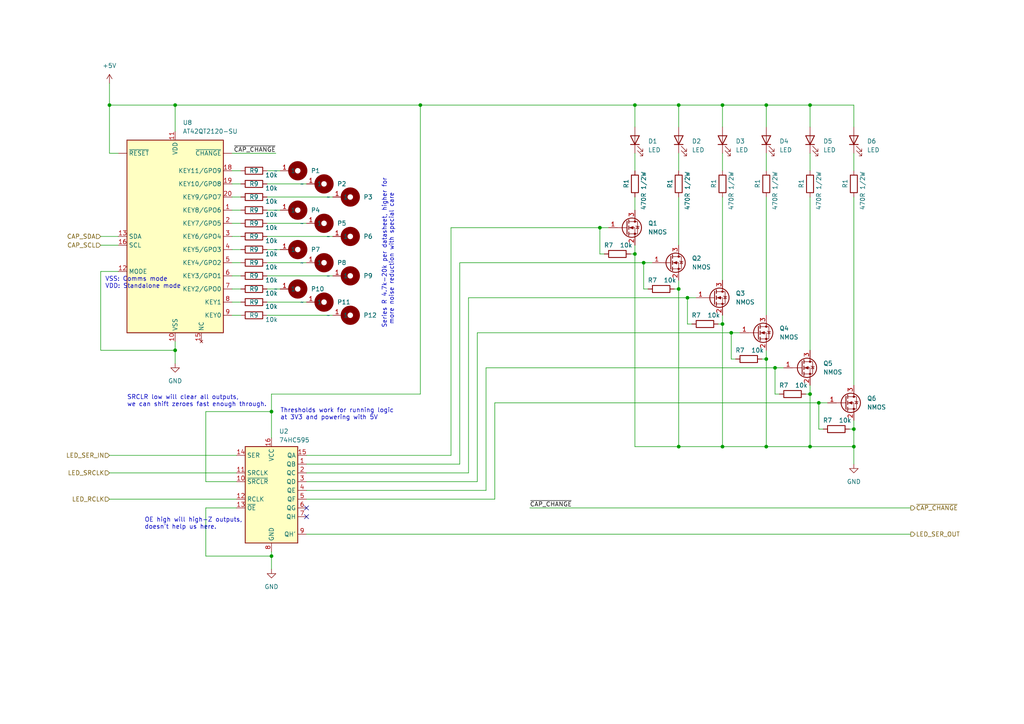
<source format=kicad_sch>
(kicad_sch (version 20230121) (generator eeschema)
  (paper "A4")
  (lib_symbols
    (symbol "74xx:74HC595"
      (property "Reference" "U" (at -7.62 13.97 0))
      (property "Value" "74HC595" (at -7.62 -16.51 0))
      (symbol "74HC595_1_0"
        (pin tri_state line (at 10.16 7.62 180) (length 2.54) (name "QB") (number "1"))
        (pin input line (at -10.16 2.54 0) (length 2.54) (name "~{SRCLR}") (number "10"))
        (pin input line (at -10.16 5.08 0) (length 2.54) (name "SRCLK") (number "11"))
        (pin input line (at -10.16 -2.54 0) (length 2.54) (name "RCLK") (number "12"))
        (pin input line (at -10.16 -5.08 0) (length 2.54) (name "~{OE}") (number "13"))
        (pin input line (at -10.16 10.16 0) (length 2.54) (name "SER") (number "14"))
        (pin tri_state line (at 10.16 10.16 180) (length 2.54) (name "QA") (number "15"))
        (pin power_in line (at 0 15.24 270) (length 2.54) (name "VCC") (number "16"))
        (pin tri_state line (at 10.16 5.08 180) (length 2.54) (name "QC") (number "2"))
        (pin tri_state line (at 10.16 2.54 180) (length 2.54) (name "QD") (number "3"))
        (pin tri_state line (at 10.16 0 180) (length 2.54) (name "QE") (number "4"))
        (pin tri_state line (at 10.16 -2.54 180) (length 2.54) (name "QF") (number "5"))
        (pin tri_state line (at 10.16 -5.08 180) (length 2.54) (name "QG") (number "6"))
        (pin tri_state line (at 10.16 -7.62 180) (length 2.54) (name "QH") (number "7"))
        (pin power_in line (at 0 -17.78 90) (length 2.54) (name "GND") (number "8"))
        (pin output line (at 10.16 -12.7 180) (length 2.54) (name "QH'") (number "9"))
      )
      (symbol "74HC595_1_1"
        (rectangle (start -7.62 12.7) (end 7.62 -15.24) (stroke (width 0.254)) (fill (type background)))
      )
    )
    (symbol "Device:LED" (pin_numbers hide) (pin_names (offset 1.016) hide)
      (property "Reference" "D" (at 0 2.54 0))
      (property "Value" "LED" (at 0 -2.54 0))
      (symbol "LED_0_1"
        (polyline (pts (xy -1.27 -1.27) (xy -1.27 1.27)) (stroke (width 0.254)))
        (polyline (pts (xy -1.27 0) (xy 1.27 0)))
        (polyline (pts (xy 1.27 -1.27) (xy 1.27 1.27) (xy -1.27 0) (xy 1.27 -1.27)) (stroke (width 0.254)))
        (polyline (pts (xy -3.048 -0.762) (xy -4.572 -2.286) (xy -3.81 -2.286) (xy -4.572 -2.286) (xy -4.572 -1.524)))
        (polyline (pts (xy -1.778 -0.762) (xy -3.302 -2.286) (xy -2.54 -2.286) (xy -3.302 -2.286) (xy -3.302 -1.524)))
      )
      (symbol "LED_1_1"
        (pin passive line (at -3.81 0 0) (length 2.54) (name "K") (number "1"))
        (pin passive line (at 3.81 0 180) (length 2.54) (name "A") (number "2"))
      )
    )
    (symbol "Device:Q_NMOS_GSD" (pin_names (offset 0) hide)
      (property "Reference" "Q" (at 5.08 1.27 0))
      (property "Value" "Q_NMOS_GSD" (at 5.08 -1.27 0))
      (symbol "Q_NMOS_GSD_0_1"
        (polyline (pts (xy 0.254 0) (xy -2.54 0)))
        (polyline (pts (xy 0.254 1.905) (xy 0.254 -1.905)) (stroke (width 0.254)))
        (polyline (pts (xy 0.762 -1.27) (xy 0.762 -2.286)) (stroke (width 0.254)))
        (polyline (pts (xy 0.762 0.508) (xy 0.762 -0.508)) (stroke (width 0.254)))
        (polyline (pts (xy 0.762 2.286) (xy 0.762 1.27)) (stroke (width 0.254)))
        (polyline (pts (xy 2.54 2.54) (xy 2.54 1.778)))
        (polyline (pts (xy 2.54 -2.54) (xy 2.54 0) (xy 0.762 0)))
        (polyline (pts (xy 0.762 -1.778) (xy 3.302 -1.778) (xy 3.302 1.778) (xy 0.762 1.778)))
        (polyline (pts (xy 1.016 0) (xy 2.032 0.381) (xy 2.032 -0.381) (xy 1.016 0)) (fill (type outline)))
        (polyline (pts (xy 2.794 0.508) (xy 2.921 0.381) (xy 3.683 0.381) (xy 3.81 0.254)))
        (polyline (pts (xy 3.302 0.381) (xy 2.921 -0.254) (xy 3.683 -0.254) (xy 3.302 0.381)))
        (circle (center 1.651 0) (radius 2.794) (stroke (width 0.254)))
        (circle (center 2.54 -1.778) (radius 0.254) (fill (type outline)))
        (circle (center 2.54 1.778) (radius 0.254) (fill (type outline)))
      )
      (symbol "Q_NMOS_GSD_1_1"
        (pin input line (at -5.08 0 0) (length 2.54) (name "G") (number "1"))
        (pin passive line (at 2.54 -5.08 90) (length 2.54) (name "S") (number "2"))
        (pin passive line (at 2.54 5.08 270) (length 2.54) (name "D") (number "3"))
      )
    )
    (symbol "Device:R" (pin_numbers hide) (pin_names (offset 0))
      (property "Reference" "R" (at 2.032 0 90))
      (property "Value" "R" (at 0 0 90))
      (symbol "R_0_1"
        (rectangle (start -1.016 -2.54) (end 1.016 2.54) (stroke (width 0.254)))
      )
      (symbol "R_1_1"
        (pin passive line (at 0 3.81 270) (length 1.27) (name "~") (number "1"))
        (pin passive line (at 0 -3.81 90) (length 1.27) (name "~") (number "2"))
      )
    )
    (symbol "Sensor_Touch:AT42QT2120-SU"
      (property "Reference" "U" (at 10.16 38.1 0))
      (property "Value" "AT42QT2120-SU" (at 15.24 -16.51 0))
      (symbol "AT42QT2120-SU_1_1"
        (rectangle (start 13.97 40.64) (end 41.91 -15.24) (stroke (width 0.254)) (fill (type background)))
        (pin output line (at 44.45 36.83 180) (length 2.54) (name "~{CHANGE}") (number ""))
        (pin input line (at 11.43 36.83 0) (length 2.54) (name "~{RESET}") (number ""))
        (pin bidirectional line (at 44.45 20.32 180) (length 2.54) (name "KEY8/GPO6") (number "1"))
        (pin power_in line (at 27.94 -17.78 90) (length 2.54) (name "VSS") (number "10"))
        (pin power_in line (at 27.94 43.18 270) (length 2.54) (name "VDD") (number "11"))
        (pin input line (at 11.43 2.54 0) (length 2.54) (name "MODE") (number "12"))
        (pin bidirectional line (at 11.43 12.7 0) (length 2.54) (name "SDA") (number "13"))
        (pin no_connect line (at 35.56 -17.78 90) (length 2.54) (name "NC") (number "15"))
        (pin bidirectional line (at 11.43 10.16 0) (length 2.54) (name "SCL") (number "16"))
        (pin bidirectional line (at 44.45 31.75 180) (length 2.54) (name "KEY11/GPO9") (number "18"))
        (pin bidirectional line (at 44.45 27.94 180) (length 2.54) (name "KEY10/GPO8") (number "19"))
        (pin bidirectional line (at 44.45 16.51 180) (length 2.54) (name "KEY7/GPO5") (number "2"))
        (pin bidirectional line (at 44.45 24.13 180) (length 2.54) (name "KEY9/GPO7") (number "20"))
        (pin bidirectional line (at 44.45 12.7 180) (length 2.54) (name "KEY6/GPO4") (number "3"))
        (pin bidirectional line (at 44.45 8.89 180) (length 2.54) (name "KEY5/GPO3") (number "4"))
        (pin bidirectional line (at 44.45 5.08 180) (length 2.54) (name "KEY4/GPO2") (number "5"))
        (pin bidirectional line (at 44.45 1.27 180) (length 2.54) (name "KEY3/GPO1") (number "6"))
        (pin bidirectional line (at 44.45 -2.54 180) (length 2.54) (name "KEY2/GPO0") (number "7"))
        (pin bidirectional line (at 44.45 -6.35 180) (length 2.54) (name "KEY1") (number "8"))
        (pin bidirectional line (at 44.45 -10.16 180) (length 2.54) (name "KEY0") (number "9"))
      )
    )
    (symbol "Sensor_Touch:Single_LED_Touch_Key"
      (property "Reference" "P" (at 2.54 3.81 0))
      (symbol "Single_LED_Touch_Key_1_1"
        (circle (center 0 0) (radius 1.7961) (stroke (width 2)))
        (pin bidirectional line (at -5.08 0 0) (length 2.54) (name "1") (number "1"))
      )
    )
    (symbol "power:+5V" (power) (pin_names (offset 0))
      (property "Value" "+5V" (at 0 3.556 0))
      (symbol "+5V_0_1"
        (polyline (pts (xy -0.762 1.27) (xy 0 2.54)))
        (polyline (pts (xy 0 0) (xy 0 2.54)))
        (polyline (pts (xy 0 2.54) (xy 0.762 1.27)))
      )
      (symbol "+5V_1_1"
        (pin power_in line (at 0 0 90) (length 0) hide (name "+5V") (number "1"))
      )
    )
    (symbol "power:GND" (power) (pin_names (offset 0))
      (property "Value" "GND" (at 0 -3.81 0))
      (symbol "GND_0_1"
        (polyline (pts (xy 0 0) (xy 0 -1.27) (xy 1.27 -1.27) (xy 0 -2.54) (xy -1.27 -1.27) (xy 0 -1.27)))
      )
      (symbol "GND_1_1"
        (pin power_in line (at 0 0 270) (length 0) hide (name "GND") (number "1"))
      )
    )
  )
  (junction (at 50.8 30.48))
  (junction (at 196.85 30.48))
  (junction (at 234.95 114.3))
  (junction (at 199.39 86.36))
  (junction (at 224.79 106.68))
  (junction (at 209.55 129.54))
  (junction (at 247.65 124.46))
  (junction (at 50.8 101.6))
  (junction (at 78.74 161.29))
  (junction (at 173.99 66.04))
  (junction (at 184.15 30.48))
  (junction (at 222.25 30.48))
  (junction (at 184.15 73.66))
  (junction (at 78.74 119.38))
  (junction (at 121.92 30.48))
  (junction (at 234.95 129.54))
  (junction (at 247.65 129.54))
  (junction (at 196.85 129.54))
  (junction (at 222.25 129.54))
  (junction (at 237.49 116.84))
  (junction (at 209.55 30.48))
  (junction (at 222.25 104.14))
  (junction (at 31.75 30.48))
  (junction (at 234.95 30.48))
  (junction (at 186.69 76.2))
  (junction (at 212.09 96.52))
  (junction (at 196.85 83.82))
  (junction (at 209.55 93.98))
  (no_connect (at 88.9 149.86))
  (no_connect (at 88.9 147.32))
  (wire (pts (xy 78.74 119.38) (xy 78.74 127)))
  (wire (pts (xy 247.65 44.45) (xy 247.65 49.53)))
  (wire (pts (xy 234.95 111.76) (xy 234.95 114.3)))
  (wire (pts (xy 59.69 147.32) (xy 59.69 161.29)))
  (wire (pts (xy 121.92 30.48) (xy 121.92 114.3)))
  (wire (pts (xy 67.31 49.53) (xy 69.85 49.53)))
  (wire (pts (xy 34.29 44.45) (xy 31.75 44.45)))
  (wire (pts (xy 77.47 53.34) (xy 88.9 53.34)))
  (wire (pts (xy 68.58 139.7) (xy 59.69 139.7)))
  (wire (pts (xy 68.58 147.32) (xy 59.69 147.32)))
  (wire (pts (xy 247.65 57.15) (xy 247.65 111.76)))
  (wire (pts (xy 234.95 44.45) (xy 234.95 49.53)))
  (wire (pts (xy 200.66 93.98) (xy 199.39 93.98)))
  (wire (pts (xy 77.47 49.53) (xy 81.28 49.53)))
  (wire (pts (xy 50.8 101.6) (xy 50.8 105.41)))
  (wire (pts (xy 59.69 161.29) (xy 78.74 161.29)))
  (wire (pts (xy 31.75 44.45) (xy 31.75 30.48)))
  (wire (pts (xy 195.58 83.82) (xy 196.85 83.82)))
  (wire (pts (xy 222.25 101.6) (xy 222.25 104.14)))
  (wire (pts (xy 209.55 91.44) (xy 209.55 93.98)))
  (wire (pts (xy 67.31 53.34) (xy 69.85 53.34)))
  (wire (pts (xy 77.47 87.63) (xy 88.9 87.63)))
  (wire (pts (xy 196.85 30.48) (xy 196.85 36.83)))
  (wire (pts (xy 246.38 124.46) (xy 247.65 124.46)))
  (wire (pts (xy 67.31 91.44) (xy 69.85 91.44)))
  (wire (pts (xy 184.15 30.48) (xy 184.15 36.83)))
  (wire (pts (xy 247.65 134.62) (xy 247.65 129.54)))
  (wire (pts (xy 31.75 30.48) (xy 50.8 30.48)))
  (wire (pts (xy 31.75 24.13) (xy 31.75 30.48)))
  (wire (pts (xy 196.85 30.48) (xy 209.55 30.48)))
  (wire (pts (xy 247.65 30.48) (xy 247.65 36.83)))
  (wire (pts (xy 77.47 57.15) (xy 96.52 57.15)))
  (wire (pts (xy 222.25 129.54) (xy 234.95 129.54)))
  (wire (pts (xy 135.89 137.16) (xy 135.89 86.36)))
  (wire (pts (xy 208.28 93.98) (xy 209.55 93.98)))
  (wire (pts (xy 196.85 57.15) (xy 196.85 71.12)))
  (wire (pts (xy 209.55 30.48) (xy 209.55 36.83)))
  (wire (pts (xy 140.97 142.24) (xy 140.97 106.68)))
  (wire (pts (xy 220.98 104.14) (xy 222.25 104.14)))
  (wire (pts (xy 175.26 73.66) (xy 173.99 73.66)))
  (wire (pts (xy 67.31 64.77) (xy 69.85 64.77)))
  (wire (pts (xy 238.76 124.46) (xy 237.49 124.46)))
  (wire (pts (xy 59.69 139.7) (xy 59.69 119.38)))
  (wire (pts (xy 50.8 38.1) (xy 50.8 30.48)))
  (wire (pts (xy 184.15 73.66) (xy 184.15 129.54)))
  (wire (pts (xy 209.55 93.98) (xy 209.55 129.54)))
  (wire (pts (xy 187.96 83.82) (xy 186.69 83.82)))
  (wire (pts (xy 88.9 154.94) (xy 264.16 154.94)))
  (wire (pts (xy 222.25 30.48) (xy 234.95 30.48)))
  (wire (pts (xy 29.21 78.74) (xy 29.21 101.6)))
  (wire (pts (xy 247.65 124.46) (xy 247.65 129.54)))
  (wire (pts (xy 31.75 132.08) (xy 68.58 132.08)))
  (wire (pts (xy 196.85 44.45) (xy 196.85 49.53)))
  (wire (pts (xy 67.31 60.96) (xy 69.85 60.96)))
  (wire (pts (xy 34.29 78.74) (xy 29.21 78.74)))
  (wire (pts (xy 67.31 72.39) (xy 69.85 72.39)))
  (wire (pts (xy 209.55 44.45) (xy 209.55 49.53)))
  (wire (pts (xy 234.95 57.15) (xy 234.95 101.6)))
  (wire (pts (xy 184.15 71.12) (xy 184.15 73.66)))
  (wire (pts (xy 67.31 76.2) (xy 69.85 76.2)))
  (wire (pts (xy 247.65 121.92) (xy 247.65 124.46)))
  (wire (pts (xy 77.47 64.77) (xy 88.9 64.77)))
  (wire (pts (xy 138.43 96.52) (xy 138.43 139.7)))
  (wire (pts (xy 121.92 30.48) (xy 184.15 30.48)))
  (wire (pts (xy 234.95 30.48) (xy 234.95 36.83)))
  (wire (pts (xy 234.95 30.48) (xy 247.65 30.48)))
  (wire (pts (xy 29.21 101.6) (xy 50.8 101.6)))
  (wire (pts (xy 130.81 132.08) (xy 130.81 66.04)))
  (wire (pts (xy 67.31 68.58) (xy 69.85 68.58)))
  (wire (pts (xy 67.31 57.15) (xy 69.85 57.15)))
  (wire (pts (xy 237.49 124.46) (xy 237.49 116.84)))
  (wire (pts (xy 77.47 68.58) (xy 96.52 68.58)))
  (wire (pts (xy 212.09 96.52) (xy 214.63 96.52)))
  (wire (pts (xy 213.36 104.14) (xy 212.09 104.14)))
  (wire (pts (xy 209.55 30.48) (xy 222.25 30.48)))
  (wire (pts (xy 184.15 44.45) (xy 184.15 49.53)))
  (wire (pts (xy 31.75 144.78) (xy 68.58 144.78)))
  (wire (pts (xy 130.81 66.04) (xy 173.99 66.04)))
  (wire (pts (xy 133.35 76.2) (xy 133.35 134.62)))
  (wire (pts (xy 77.47 91.44) (xy 96.52 91.44)))
  (wire (pts (xy 143.51 144.78) (xy 88.9 144.78)))
  (wire (pts (xy 140.97 106.68) (xy 224.79 106.68)))
  (wire (pts (xy 186.69 76.2) (xy 189.23 76.2)))
  (wire (pts (xy 234.95 129.54) (xy 247.65 129.54)))
  (wire (pts (xy 233.68 114.3) (xy 234.95 114.3)))
  (wire (pts (xy 173.99 66.04) (xy 176.53 66.04)))
  (wire (pts (xy 78.74 114.3) (xy 78.74 119.38)))
  (wire (pts (xy 209.55 57.15) (xy 209.55 81.28)))
  (wire (pts (xy 184.15 30.48) (xy 196.85 30.48)))
  (wire (pts (xy 78.74 161.29) (xy 78.74 165.1)))
  (wire (pts (xy 209.55 129.54) (xy 222.25 129.54)))
  (wire (pts (xy 88.9 132.08) (xy 130.81 132.08)))
  (wire (pts (xy 199.39 86.36) (xy 201.93 86.36)))
  (wire (pts (xy 88.9 142.24) (xy 140.97 142.24)))
  (wire (pts (xy 67.31 80.01) (xy 69.85 80.01)))
  (wire (pts (xy 77.47 80.01) (xy 96.52 80.01)))
  (wire (pts (xy 67.31 83.82) (xy 69.85 83.82)))
  (wire (pts (xy 59.69 119.38) (xy 78.74 119.38)))
  (wire (pts (xy 153.67 147.32) (xy 264.16 147.32)))
  (wire (pts (xy 135.89 86.36) (xy 199.39 86.36)))
  (wire (pts (xy 138.43 139.7) (xy 88.9 139.7)))
  (wire (pts (xy 133.35 76.2) (xy 186.69 76.2)))
  (wire (pts (xy 234.95 114.3) (xy 234.95 129.54)))
  (wire (pts (xy 50.8 99.06) (xy 50.8 101.6)))
  (wire (pts (xy 67.31 44.45) (xy 80.01 44.45)))
  (wire (pts (xy 133.35 134.62) (xy 88.9 134.62)))
  (wire (pts (xy 77.47 76.2) (xy 88.9 76.2)))
  (wire (pts (xy 226.06 114.3) (xy 224.79 114.3)))
  (wire (pts (xy 77.47 60.96) (xy 81.28 60.96)))
  (wire (pts (xy 186.69 83.82) (xy 186.69 76.2)))
  (wire (pts (xy 212.09 104.14) (xy 212.09 96.52)))
  (wire (pts (xy 222.25 57.15) (xy 222.25 91.44)))
  (wire (pts (xy 77.47 72.39) (xy 81.28 72.39)))
  (wire (pts (xy 78.74 160.02) (xy 78.74 161.29)))
  (wire (pts (xy 182.88 73.66) (xy 184.15 73.66)))
  (wire (pts (xy 173.99 73.66) (xy 173.99 66.04)))
  (wire (pts (xy 224.79 106.68) (xy 227.33 106.68)))
  (wire (pts (xy 184.15 57.15) (xy 184.15 60.96)))
  (wire (pts (xy 196.85 81.28) (xy 196.85 83.82)))
  (wire (pts (xy 50.8 30.48) (xy 121.92 30.48)))
  (wire (pts (xy 222.25 44.45) (xy 222.25 49.53)))
  (wire (pts (xy 31.75 137.16) (xy 68.58 137.16)))
  (wire (pts (xy 184.15 129.54) (xy 196.85 129.54)))
  (wire (pts (xy 224.79 114.3) (xy 224.79 106.68)))
  (wire (pts (xy 222.25 104.14) (xy 222.25 129.54)))
  (wire (pts (xy 138.43 96.52) (xy 212.09 96.52)))
  (wire (pts (xy 67.31 87.63) (xy 69.85 87.63)))
  (wire (pts (xy 143.51 116.84) (xy 143.51 144.78)))
  (wire (pts (xy 29.21 68.58) (xy 34.29 68.58)))
  (wire (pts (xy 196.85 129.54) (xy 209.55 129.54)))
  (wire (pts (xy 237.49 116.84) (xy 240.03 116.84)))
  (wire (pts (xy 222.25 30.48) (xy 222.25 36.83)))
  (wire (pts (xy 143.51 116.84) (xy 237.49 116.84)))
  (wire (pts (xy 29.21 71.12) (xy 34.29 71.12)))
  (wire (pts (xy 121.92 114.3) (xy 78.74 114.3)))
  (wire (pts (xy 196.85 83.82) (xy 196.85 129.54)))
  (wire (pts (xy 199.39 93.98) (xy 199.39 86.36)))
  (wire (pts (xy 77.47 83.82) (xy 81.28 83.82)))
  (wire (pts (xy 88.9 137.16) (xy 135.89 137.16)))
  (text "Series R 4.7k-20k per datasheet, higher for\n more noise reduction with special care" (at 114.3 95.25 90) (effects (font (size 1.27 1.27)) (justify left bottom)))
  (text "OE high will high-Z outputs,\ndoesn't help us here." (at 41.91 153.67 0) (effects (font (size 1.27 1.27)) (justify left bottom)))
  (text "VSS: Comms mode\nVDD: Standalone mode" (at 30.48 83.82 0) (effects (font (size 1.27 1.27)) (justify left bottom)))
  (text "SRCLR low will clear all outputs,\nwe can shift zeroes fast enough through." (at 36.83 118.11 0) (effects (font (size 1.27 1.27)) (justify left bottom)))
  (text "Thresholds work for running logic\nat 3V3 and powering with 5V" (at 81.28 121.92 0) (effects (font (size 1.27 1.27)) (justify left bottom)))
  (label "~{CAP_CHANGE}" (at 80.01 44.45 180))
  (label "~{CAP_CHANGE}" (at 153.67 147.32 0))
  (hierarchical_label "LED_RCLK" (shape input) (at 31.75 144.78 180))
  (hierarchical_label "LED_SRCLK" (shape input) (at 31.75 137.16 180))
  (hierarchical_label "LED_SER_OUT" (shape output) (at 264.16 154.94 0))
  (hierarchical_label "CAP_SCL" (shape input) (at 29.21 71.12 180))
  (hierarchical_label "CAP_SDA" (shape input) (at 29.21 68.58 180))
  (hierarchical_label "~{CAP_CHANGE}" (shape output) (at 264.16 147.32 0))
  (hierarchical_label "LED_SER_IN" (shape input) (at 31.75 132.08 180))
  (symbol (lib_id "Device:R") (at 73.66 49.53 90) (unit 1)
    (property "Reference" "R9" (at 73.66 49.53 90))
    (property "Value" "10k" (at 78.74 50.8 90))
    (property "Footprint" "Resistor_SMD:R_0603_1608Metric" (effects hide))
    (instances (project "button-board" (path "" (reference "R9") (unit 1)) (path "" (reference "R73") (unit 1)) (path "" (reference "R5") (unit 1)) (path "" (reference "R32") (unit 1)) (path "" (reference "R60") (unit 1)) (path "" (reference "R112") (unit 1)) (path "" (reference "R140") (unit 1))))
  )
  (symbol (lib_id "Device:R") (at 196.85 53.34 0) (unit 1)
    (property "Reference" "R1" (at 194.31 54.61 90) (effects (justify left)))
    (property "Value" "470R 1/2W" (at 199.39 60.96 90) (effects (justify left)))
    (property "Footprint" "Resistor_SMD:R_0603_1608Metric" (effects hide))
    (instances (project "button-board" (path "" (reference "R1") (unit 1)) (path "" (reference "R4") (unit 1)) (path "" (reference "R23") (unit 1)) (path "" (reference "R37") (unit 1)) (path "" (reference "R63") (unit 1)) (path "" (reference "R115") (unit 1)) (path "" (reference "R143") (unit 1))))
  )
  (symbol (lib_id "Sensor_Touch:Single_LED_Touch_Key") (at 86.36 83.82 0) (unit 1)
    (property "Reference" "P10" (at 90.17 83.82 0) (effects (justify left)))
    (property "Value" "~" (at 80.01 83.82 0))
    (instances (project "button-board" (path "" (reference "P10") (unit 1)) (path "" (reference "P22") (unit 1)) (path "" (reference "P34") (unit 1)) (path "" (reference "P46") (unit 1)) (path "" (reference "P58") (unit 1)) (path "" (reference "P70") (unit 1))))
  )
  (symbol (lib_id "Device:LED") (at 209.55 40.64 90) (unit 1)
    (property "Reference" "D3" (at 213.36 40.9575 90) (effects (justify right)))
    (property "Value" "LED" (at 213.36 43.4975 90) (effects (justify right)))
    (property "Footprint" "LED_SMD:LED_SunLED_XZ_Reverse_Mount" (effects hide))
    (instances (project "button-board" (path "" (reference "D3") (unit 1)) (path "" (reference "D3") (unit 1)) (path "" (reference "D9") (unit 1)) (path "" (reference "D15") (unit 1)) (path "" (reference "D21") (unit 1)) (path "" (reference "D27") (unit 1)) (path "" (reference "D33") (unit 1))))
  )
  (symbol (lib_id "Device:R") (at 191.77 83.82 90) (unit 1)
    (property "Reference" "R7" (at 189.23 81.28 90))
    (property "Value" "10k" (at 194.31 81.28 90))
    (property "Footprint" "Resistor_SMD:R_0603_1608Metric" (effects hide))
    (instances (project "button-board" (path "" (reference "R7") (unit 1)) (path "" (reference "R3") (unit 1)) (path "" (reference "R22") (unit 1)) (path "" (reference "R53") (unit 1)) (path "" (reference "R102") (unit 1)) (path "" (reference "R130") (unit 1)) (path "" (reference "R160") (unit 1))))
  )
  (symbol (lib_id "Device:R") (at 73.66 68.58 90) (unit 1)
    (property "Reference" "R9" (at 73.66 68.58 90))
    (property "Value" "10k" (at 78.74 69.85 90))
    (property "Footprint" "Resistor_SMD:R_0603_1608Metric" (effects hide))
    (instances (project "button-board" (path "" (reference "R9") (unit 1)) (path "" (reference "R109") (unit 1)) (path "" (reference "R10") (unit 1)) (path "" (reference "R45") (unit 1)) (path "" (reference "R74") (unit 1)) (path "" (reference "R124") (unit 1)) (path "" (reference "R154") (unit 1))))
  )
  (symbol (lib_id "Device:R") (at 73.66 83.82 90) (unit 1)
    (property "Reference" "R9" (at 73.66 83.82 90))
    (property "Value" "10k" (at 78.74 85.09 90))
    (property "Footprint" "Resistor_SMD:R_0603_1608Metric" (effects hide))
    (instances (project "button-board" (path "" (reference "R9") (unit 1)) (path "" (reference "R149") (unit 1)) (path "" (reference "R15") (unit 1)) (path "" (reference "R52") (unit 1)) (path "" (reference "R93") (unit 1)) (path "" (reference "R129") (unit 1)) (path "" (reference "R159") (unit 1))))
  )
  (symbol (lib_id "Device:Q_NMOS_GSD") (at 181.61 66.04 0) (unit 1)
    (property "Reference" "Q1" (at 187.96 64.77 0) (effects (justify left)))
    (property "Value" "NMOS" (at 187.96 67.31 0) (effects (justify left)))
    (property "Footprint" "Package_TO_SOT_SMD:TSOT-23" (effects hide))
    (property "Sim.Device" "NMOS" (effects hide))
    (property "Sim.Type" "VDMOS" (effects hide))
    (property "Sim.Pins" "1=D 2=G 3=S" (effects hide))
    (instances (project "button-board" (path "" (reference "Q1") (unit 1)) (path "" (reference "Q1") (unit 1)) (path "" (reference "Q7") (unit 1)) (path "" (reference "Q13") (unit 1)) (path "" (reference "Q19") (unit 1)) (path "" (reference "Q25") (unit 1)) (path "" (reference "Q31") (unit 1))))
  )
  (symbol (lib_id "Device:R") (at 247.65 53.34 0) (unit 1)
    (property "Reference" "R1" (at 245.11 54.61 90) (effects (justify left)))
    (property "Value" "470R 1/2W" (at 250.19 60.96 90) (effects (justify left)))
    (property "Footprint" "Resistor_SMD:R_0603_1608Metric" (effects hide))
    (instances (project "button-board" (path "" (reference "R1") (unit 1)) (path "" (reference "R65") (unit 1)) (path "" (reference "R31") (unit 1)) (path "" (reference "R41") (unit 1)) (path "" (reference "R69") (unit 1)) (path "" (reference "R120") (unit 1)) (path "" (reference "R147") (unit 1))))
  )
  (symbol (lib_id "74xx:74HC595") (at 78.74 142.24 0) (unit 1)
    (property "Reference" "U2" (at 80.9341 125.095 0) (effects (justify left)))
    (property "Value" "74HC595" (at 80.9341 127.635 0) (effects (justify left)))
    (property "Datasheet" "http://www.ti.com/lit/ds/symlink/sn74hc595.pdf" (effects hide))
    (instances (project "button-board" (path "" (reference "U2") (unit 1)) (path "" (reference "U2") (unit 1)) (path "" (reference "U8") (unit 1)) (path "" (reference "U4") (unit 1)) (path "" (reference "U6") (unit 1)) (path "" (reference "U9") (unit 1)) (path "" (reference "U11") (unit 1)) (path "" (reference "U13") (unit 1))))
  )
  (symbol (lib_id "Sensor_Touch:Single_LED_Touch_Key") (at 93.98 64.77 0) (unit 1)
    (property "Reference" "P5" (at 97.79 64.77 0) (effects (justify left)))
    (property "Value" "~" (at 87.63 64.77 0))
    (instances (project "button-board" (path "" (reference "P5") (unit 1)) (path "" (reference "P17") (unit 1)) (path "" (reference "P29") (unit 1)) (path "" (reference "P41") (unit 1)) (path "" (reference "P53") (unit 1)) (path "" (reference "P65") (unit 1))))
  )
  (symbol (lib_id "power:+5V") (at 31.75 24.13 0) (unit 1)
    (property "Reference" "#PWR03" (effects hide))
    (property "Value" "+5V" (at 31.75 19.05 0))
    (instances (project "button-board" (path "" (reference "#PWR03") (unit 1)) (path "" (reference "#PWR03") (unit 1)) (path "" (reference "#PWR06") (unit 1)) (path "" (reference "#PWR010") (unit 1)) (path "" (reference "#PWR014") (unit 1)) (path "" (reference "#PWR019") (unit 1)) (path "" (reference "#PWR024") (unit 1))))
  )
  (symbol (lib_id "Device:Q_NMOS_GSD") (at 245.11 116.84 0) (unit 1)
    (property "Reference" "Q6" (at 251.46 115.57 0) (effects (justify left)))
    (property "Value" "NMOS" (at 251.46 118.11 0) (effects (justify left)))
    (property "Footprint" "Package_TO_SOT_SMD:TSOT-23" (effects hide))
    (property "Sim.Device" "NMOS" (effects hide))
    (property "Sim.Type" "VDMOS" (effects hide))
    (property "Sim.Pins" "1=D 2=G 3=S" (effects hide))
    (instances (project "button-board" (path "" (reference "Q6") (unit 1)) (path "" (reference "Q6") (unit 1)) (path "" (reference "Q12") (unit 1)) (path "" (reference "Q18") (unit 1)) (path "" (reference "Q24") (unit 1)) (path "" (reference "Q30") (unit 1)) (path "" (reference "Q36") (unit 1))))
  )
  (symbol (lib_id "Device:Q_NMOS_GSD") (at 207.01 86.36 0) (unit 1)
    (property "Reference" "Q3" (at 213.36 85.09 0) (effects (justify left)))
    (property "Value" "NMOS" (at 213.36 87.63 0) (effects (justify left)))
    (property "Footprint" "Package_TO_SOT_SMD:TSOT-23" (effects hide))
    (property "Sim.Device" "NMOS" (effects hide))
    (property "Sim.Type" "VDMOS" (effects hide))
    (property "Sim.Pins" "1=D 2=G 3=S" (effects hide))
    (instances (project "button-board" (path "" (reference "Q3") (unit 1)) (path "" (reference "Q3") (unit 1)) (path "" (reference "Q9") (unit 1)) (path "" (reference "Q15") (unit 1)) (path "" (reference "Q21") (unit 1)) (path "" (reference "Q27") (unit 1)) (path "" (reference "Q33") (unit 1))))
  )
  (symbol (lib_id "Device:LED") (at 184.15 40.64 90) (unit 1)
    (property "Reference" "D1" (at 187.96 40.9575 90) (effects (justify right)))
    (property "Value" "LED" (at 187.96 43.4975 90) (effects (justify right)))
    (property "Footprint" "LED_SMD:LED_SunLED_XZ_Reverse_Mount" (effects hide))
    (instances (project "button-board" (path "" (reference "D1") (unit 1)) (path "" (reference "D1") (unit 1)) (path "" (reference "D7") (unit 1)) (path "" (reference "D13") (unit 1)) (path "" (reference "D19") (unit 1)) (path "" (reference "D25") (unit 1)) (path "" (reference "D31") (unit 1))))
  )
  (symbol (lib_id "Device:R") (at 179.07 73.66 90) (unit 1)
    (property "Reference" "R7" (at 176.53 71.12 90))
    (property "Value" "10k" (at 181.61 71.12 90))
    (property "Footprint" "Resistor_SMD:R_0603_1608Metric" (effects hide))
    (instances (project "button-board" (path "" (reference "R7") (unit 1)) (path "" (reference "R1") (unit 1)) (path "" (reference "R18") (unit 1)) (path "" (reference "R47") (unit 1)) (path "" (reference "R76") (unit 1)) (path "" (reference "R126") (unit 1)) (path "" (reference "R156") (unit 1))))
  )
  (symbol (lib_id "Device:R") (at 209.55 53.34 0) (unit 1)
    (property "Reference" "R1" (at 207.01 54.61 90) (effects (justify left)))
    (property "Value" "470R 1/2W" (at 212.09 60.96 90) (effects (justify left)))
    (property "Footprint" "Resistor_SMD:R_0603_1608Metric" (effects hide))
    (instances (project "button-board" (path "" (reference "R1") (unit 1)) (path "" (reference "R20") (unit 1)) (path "" (reference "R25") (unit 1)) (path "" (reference "R38") (unit 1)) (path "" (reference "R66") (unit 1)) (path "" (reference "R116") (unit 1)) (path "" (reference "R144") (unit 1))))
  )
  (symbol (lib_id "Sensor_Touch:Single_LED_Touch_Key") (at 101.6 91.44 0) (unit 1)
    (property "Reference" "P12" (at 105.41 91.44 0) (effects (justify left)))
    (property "Value" "~" (at 95.25 91.44 0))
    (instances (project "button-board" (path "" (reference "P12") (unit 1)) (path "" (reference "P24") (unit 1)) (path "" (reference "P36") (unit 1)) (path "" (reference "P48") (unit 1)) (path "" (reference "P60") (unit 1)) (path "" (reference "P72") (unit 1))))
  )
  (symbol (lib_id "power:GND") (at 247.65 134.62 0) (unit 1)
    (property "Reference" "#PWR04" (effects hide))
    (property "Value" "GND" (at 247.65 139.7 0))
    (instances (project "button-board" (path "" (reference "#PWR04") (unit 1)) (path "" (reference "#PWR04") (unit 1)) (path "" (reference "#PWR09") (unit 1)) (path "" (reference "#PWR012") (unit 1)) (path "" (reference "#PWR017") (unit 1)) (path "" (reference "#PWR022") (unit 1)) (path "" (reference "#PWR026") (unit 1))))
  )
  (symbol (lib_id "Sensor_Touch:Single_LED_Touch_Key") (at 93.98 53.34 0) (unit 1)
    (property "Reference" "P2" (at 97.79 53.34 0) (effects (justify left)))
    (property "Value" "~" (at 87.63 53.34 0))
    (property "Footprint" "Button_Switch_SMD:Cap_Touch_Ring_Medium" (effects hide))
    (instances (project "button-board" (path "" (reference "P2") (unit 1)) (path "" (reference "P14") (unit 1)) (path "" (reference "P26") (unit 1)) (path "" (reference "P38") (unit 1)) (path "" (reference "P50") (unit 1)) (path "" (reference "P62") (unit 1))))
  )
  (symbol (lib_id "Device:R") (at 73.66 91.44 90) (unit 1)
    (property "Reference" "R9" (at 73.66 91.44 90))
    (property "Value" "10k" (at 78.74 92.71 90))
    (property "Footprint" "Resistor_SMD:R_0603_1608Metric" (effects hide))
    (instances (project "button-board" (path "" (reference "R9") (unit 1)) (path "" (reference "R151") (unit 1)) (path "" (reference "R17") (unit 1)) (path "" (reference "R55") (unit 1)) (path "" (reference "R104") (unit 1)) (path "" (reference "R135") (unit 1)) (path "" (reference "R162") (unit 1))))
  )
  (symbol (lib_id "Sensor_Touch:Single_LED_Touch_Key") (at 101.6 68.58 0) (unit 1)
    (property "Reference" "P6" (at 105.41 68.58 0) (effects (justify left)))
    (property "Value" "~" (at 95.25 68.58 0))
    (instances (project "button-board" (path "" (reference "P6") (unit 1)) (path "" (reference "P18") (unit 1)) (path "" (reference "P30") (unit 1)) (path "" (reference "P42") (unit 1)) (path "" (reference "P54") (unit 1)) (path "" (reference "P66") (unit 1))))
  )
  (symbol (lib_id "Sensor_Touch:Single_LED_Touch_Key") (at 86.36 60.96 0) (unit 1)
    (property "Reference" "P4" (at 90.17 60.96 0) (effects (justify left)))
    (property "Value" "~" (at 80.01 60.96 0))
    (instances (project "button-board" (path "" (reference "P4") (unit 1)) (path "" (reference "P16") (unit 1)) (path "" (reference "P28") (unit 1)) (path "" (reference "P40") (unit 1)) (path "" (reference "P52") (unit 1)) (path "" (reference "P64") (unit 1))))
  )
  (symbol (lib_id "Device:R") (at 73.66 64.77 90) (unit 1)
    (property "Reference" "R9" (at 73.66 64.77 90))
    (property "Value" "10k" (at 78.74 66.04 90))
    (property "Footprint" "Resistor_SMD:R_0603_1608Metric" (effects hide))
    (instances (project "button-board" (path "" (reference "R9") (unit 1)) (path "" (reference "R108") (unit 1)) (path "" (reference "R9") (unit 1)) (path "" (reference "R44") (unit 1)) (path "" (reference "R72") (unit 1)) (path "" (reference "R123") (unit 1)) (path "" (reference "R153") (unit 1))))
  )
  (symbol (lib_id "Device:LED") (at 196.85 40.64 90) (unit 1)
    (property "Reference" "D2" (at 200.66 40.9575 90) (effects (justify right)))
    (property "Value" "LED" (at 200.66 43.4975 90) (effects (justify right)))
    (property "Footprint" "LED_SMD:LED_SunLED_XZ_Reverse_Mount" (effects hide))
    (instances (project "button-board" (path "" (reference "D2") (unit 1)) (path "" (reference "D2") (unit 1)) (path "" (reference "D8") (unit 1)) (path "" (reference "D14") (unit 1)) (path "" (reference "D20") (unit 1)) (path "" (reference "D26") (unit 1)) (path "" (reference "D32") (unit 1))))
  )
  (symbol (lib_id "Device:R") (at 229.87 114.3 90) (unit 1)
    (property "Reference" "R7" (at 227.33 111.76 90))
    (property "Value" "10k" (at 232.41 111.76 90))
    (property "Footprint" "Resistor_SMD:R_0603_1608Metric" (effects hide))
    (instances (project "button-board" (path "" (reference "R7") (unit 1)) (path "" (reference "R49") (unit 1)) (path "" (reference "R28") (unit 1)) (path "" (reference "R58") (unit 1)) (path "" (reference "R110") (unit 1)) (path "" (reference "R138") (unit 1)) (path "" (reference "R165") (unit 1))))
  )
  (symbol (lib_id "Sensor_Touch:Single_LED_Touch_Key") (at 86.36 72.39 0) (unit 1)
    (property "Reference" "P7" (at 90.17 72.39 0) (effects (justify left)))
    (property "Value" "~" (at 80.01 72.39 0))
    (instances (project "button-board" (path "" (reference "P7") (unit 1)) (path "" (reference "P19") (unit 1)) (path "" (reference "P31") (unit 1)) (path "" (reference "P43") (unit 1)) (path "" (reference "P55") (unit 1)) (path "" (reference "P67") (unit 1))))
  )
  (symbol (lib_id "Device:R") (at 234.95 53.34 0) (unit 1)
    (property "Reference" "R1" (at 232.41 54.61 90) (effects (justify left)))
    (property "Value" "470R 1/2W" (at 237.49 60.96 90) (effects (justify left)))
    (property "Footprint" "Resistor_SMD:R_0603_1608Metric" (effects hide))
    (instances (project "button-board" (path "" (reference "R1") (unit 1)) (path "" (reference "R50") (unit 1)) (path "" (reference "R29") (unit 1)) (path "" (reference "R40") (unit 1)) (path "" (reference "R68") (unit 1)) (path "" (reference "R118") (unit 1)) (path "" (reference "R146") (unit 1))))
  )
  (symbol (lib_id "Sensor_Touch:Single_LED_Touch_Key") (at 93.98 87.63 0) (unit 1)
    (property "Reference" "P11" (at 97.79 87.63 0) (effects (justify left)))
    (property "Value" "~" (at 87.63 87.63 0))
    (instances (project "button-board" (path "" (reference "P11") (unit 1)) (path "" (reference "P23") (unit 1)) (path "" (reference "P35") (unit 1)) (path "" (reference "P47") (unit 1)) (path "" (reference "P59") (unit 1)) (path "" (reference "P71") (unit 1))))
  )
  (symbol (lib_id "Sensor_Touch:Single_LED_Touch_Key") (at 93.98 76.2 0) (unit 1)
    (property "Reference" "P8" (at 97.79 76.2 0) (effects (justify left)))
    (property "Value" "~" (at 87.63 76.2 0))
    (instances (project "button-board" (path "" (reference "P8") (unit 1)) (path "" (reference "P20") (unit 1)) (path "" (reference "P32") (unit 1)) (path "" (reference "P44") (unit 1)) (path "" (reference "P56") (unit 1)) (path "" (reference "P68") (unit 1))))
  )
  (symbol (lib_id "Device:R") (at 73.66 53.34 90) (unit 1)
    (property "Reference" "R9" (at 73.66 53.34 90))
    (property "Value" "10k" (at 78.74 54.61 90))
    (property "Footprint" "Resistor_SMD:R_0603_1608Metric" (effects hide))
    (instances (project "button-board" (path "" (reference "R9") (unit 1)) (path "" (reference "R101") (unit 1)) (path "" (reference "R6") (unit 1)) (path "" (reference "R33") (unit 1)) (path "" (reference "R61") (unit 1)) (path "" (reference "R113") (unit 1)) (path "" (reference "R141") (unit 1))))
  )
  (symbol (lib_id "Device:R") (at 73.66 60.96 90) (unit 1)
    (property "Reference" "R9" (at 73.66 60.96 90))
    (property "Value" "10k" (at 78.74 62.23 90))
    (property "Footprint" "Resistor_SMD:R_0603_1608Metric" (effects hide))
    (instances (project "button-board" (path "" (reference "R9") (unit 1)) (path "" (reference "R107") (unit 1)) (path "" (reference "R8") (unit 1)) (path "" (reference "R43") (unit 1)) (path "" (reference "R71") (unit 1)) (path "" (reference "R122") (unit 1)) (path "" (reference "R152") (unit 1))))
  )
  (symbol (lib_id "Device:R") (at 222.25 53.34 0) (unit 1)
    (property "Reference" "R1" (at 219.71 54.61 90) (effects (justify left)))
    (property "Value" "470R 1/2W" (at 224.79 60.96 90) (effects (justify left)))
    (property "Footprint" "Resistor_SMD:R_0603_1608Metric" (effects hide))
    (instances (project "button-board" (path "" (reference "R1") (unit 1)) (path "" (reference "R35") (unit 1)) (path "" (reference "R27") (unit 1)) (path "" (reference "R39") (unit 1)) (path "" (reference "R67") (unit 1)) (path "" (reference "R117") (unit 1)) (path "" (reference "R145") (unit 1))))
  )
  (symbol (lib_id "Device:Q_NMOS_GSD") (at 194.31 76.2 0) (unit 1)
    (property "Reference" "Q2" (at 200.66 74.93 0) (effects (justify left)))
    (property "Value" "NMOS" (at 200.66 77.47 0) (effects (justify left)))
    (property "Footprint" "Package_TO_SOT_SMD:TSOT-23" (effects hide))
    (property "Sim.Device" "NMOS" (effects hide))
    (property "Sim.Type" "VDMOS" (effects hide))
    (property "Sim.Pins" "1=D 2=G 3=S" (effects hide))
    (instances (project "button-board" (path "" (reference "Q2") (unit 1)) (path "" (reference "Q2") (unit 1)) (path "" (reference "Q8") (unit 1)) (path "" (reference "Q14") (unit 1)) (path "" (reference "Q20") (unit 1)) (path "" (reference "Q26") (unit 1)) (path "" (reference "Q32") (unit 1))))
  )
  (symbol (lib_id "Sensor_Touch:Single_LED_Touch_Key") (at 101.6 57.15 0) (unit 1)
    (property "Reference" "P3" (at 105.41 57.15 0) (effects (justify left)))
    (property "Value" "~" (at 95.25 57.15 0))
    (property "Footprint" "Button_Switch_SMD:Cap_Touch_Ring_Large" (effects hide))
    (instances (project "button-board" (path "" (reference "P3") (unit 1)) (path "" (reference "P15") (unit 1)) (path "" (reference "P27") (unit 1)) (path "" (reference "P39") (unit 1)) (path "" (reference "P51") (unit 1)) (path "" (reference "P63") (unit 1))))
  )
  (symbol (lib_id "Device:LED") (at 247.65 40.64 90) (unit 1)
    (property "Reference" "D6" (at 251.46 40.9575 90) (effects (justify right)))
    (property "Value" "LED" (at 251.46 43.4975 90) (effects (justify right)))
    (property "Footprint" "LED_SMD:LED_SunLED_XZ_Reverse_Mount" (effects hide))
    (instances (project "button-board" (path "" (reference "D6") (unit 1)) (path "" (reference "D6") (unit 1)) (path "" (reference "D12") (unit 1)) (path "" (reference "D18") (unit 1)) (path "" (reference "D24") (unit 1)) (path "" (reference "D30") (unit 1)) (path "" (reference "D36") (unit 1))))
  )
  (symbol (lib_id "Sensor_Touch:AT42QT2120-SU") (at 22.86 81.28 0) (unit 1)
    (property "Reference" "U8" (at 52.9941 35.56 0) (effects (justify left)))
    (property "Value" "AT42QT2120-SU" (at 52.9941 38.1 0) (effects (justify left)))
    (property "Footprint" "Package_SO:TSSOP-20_4.4x6.5mm_P0.65mm" (effects hide))
    (instances (project "button-board" (path "" (reference "U8") (unit 1)) (path "" (reference "U2") (unit 1)) (path "" (reference "U3") (unit 1)) (path "" (reference "U5") (unit 1)) (path "" (reference "U7") (unit 1)) (path "" (reference "U10") (unit 1)) (path "" (reference "U12") (unit 1))))
  )
  (symbol (lib_id "Device:LED") (at 222.25 40.64 90) (unit 1)
    (property "Reference" "D4" (at 226.06 40.9575 90) (effects (justify right)))
    (property "Value" "LED" (at 226.06 43.4975 90) (effects (justify right)))
    (property "Footprint" "LED_SMD:LED_SunLED_XZ_Reverse_Mount" (effects hide))
    (instances (project "button-board" (path "" (reference "D4") (unit 1)) (path "" (reference "D4") (unit 1)) (path "" (reference "D10") (unit 1)) (path "" (reference "D16") (unit 1)) (path "" (reference "D22") (unit 1)) (path "" (reference "D28") (unit 1)) (path "" (reference "D34") (unit 1))))
  )
  (symbol (lib_id "Device:R") (at 217.17 104.14 90) (unit 1)
    (property "Reference" "R7" (at 214.63 101.6 90))
    (property "Value" "10k" (at 219.71 101.6 90))
    (property "Footprint" "Resistor_SMD:R_0603_1608Metric" (effects hide))
    (instances (project "button-board" (path "" (reference "R7") (unit 1)) (path "" (reference "R34") (unit 1)) (path "" (reference "R26") (unit 1)) (path "" (reference "R57") (unit 1)) (path "" (reference "R106") (unit 1)) (path "" (reference "R137") (unit 1)) (path "" (reference "R164") (unit 1))))
  )
  (symbol (lib_id "Sensor_Touch:Single_LED_Touch_Key") (at 86.36 49.53 0) (unit 1)
    (property "Reference" "P1" (at 90.17 49.53 0) (effects (justify left)))
    (property "Value" "~" (at 80.01 49.53 0))
    (property "Footprint" "Button_Switch_SMD:Cap_Touch_Ring_Small" (effects hide))
    (instances (project "button-board" (path "" (reference "P1") (unit 1)) (path "" (reference "P13") (unit 1)) (path "" (reference "P25") (unit 1)) (path "" (reference "P37") (unit 1)) (path "" (reference "P49") (unit 1)) (path "" (reference "P61") (unit 1))))
  )
  (symbol (lib_id "power:GND") (at 50.8 105.41 0) (unit 1)
    (property "Reference" "#PWR015" (effects hide))
    (property "Value" "GND" (at 50.8 110.49 0))
    (instances (project "button-board" (path "" (reference "#PWR015") (unit 1)) (path "" (reference "#PWR07") (unit 1)) (path "" (reference "#PWR011") (unit 1)) (path "" (reference "#PWR016") (unit 1)) (path "" (reference "#PWR020") (unit 1)) (path "" (reference "#PWR025") (unit 1))))
  )
  (symbol (lib_id "Device:Q_NMOS_GSD") (at 232.41 106.68 0) (unit 1)
    (property "Reference" "Q5" (at 238.76 105.41 0) (effects (justify left)))
    (property "Value" "NMOS" (at 238.76 107.95 0) (effects (justify left)))
    (property "Footprint" "Package_TO_SOT_SMD:TSOT-23" (effects hide))
    (property "Sim.Device" "NMOS" (effects hide))
    (property "Sim.Type" "VDMOS" (effects hide))
    (property "Sim.Pins" "1=D 2=G 3=S" (effects hide))
    (instances (project "button-board" (path "" (reference "Q5") (unit 1)) (path "" (reference "Q5") (unit 1)) (path "" (reference "Q11") (unit 1)) (path "" (reference "Q17") (unit 1)) (path "" (reference "Q23") (unit 1)) (path "" (reference "Q29") (unit 1)) (path "" (reference "Q35") (unit 1))))
  )
  (symbol (lib_id "Device:R") (at 73.66 72.39 90) (unit 1)
    (property "Reference" "R9" (at 73.66 72.39 90))
    (property "Value" "10k" (at 78.74 73.66 90))
    (property "Footprint" "Resistor_SMD:R_0603_1608Metric" (effects hide))
    (instances (project "button-board" (path "" (reference "R9") (unit 1)) (path "" (reference "R131") (unit 1)) (path "" (reference "R11") (unit 1)) (path "" (reference "R46") (unit 1)) (path "" (reference "R75") (unit 1)) (path "" (reference "R125") (unit 1)) (path "" (reference "R155") (unit 1))))
  )
  (symbol (lib_id "Device:LED") (at 234.95 40.64 90) (unit 1)
    (property "Reference" "D5" (at 238.76 40.9575 90) (effects (justify right)))
    (property "Value" "LED" (at 238.76 43.4975 90) (effects (justify right)))
    (property "Footprint" "LED_SMD:LED_SunLED_XZ_Reverse_Mount" (effects hide))
    (instances (project "button-board" (path "" (reference "D5") (unit 1)) (path "" (reference "D5") (unit 1)) (path "" (reference "D11") (unit 1)) (path "" (reference "D17") (unit 1)) (path "" (reference "D23") (unit 1)) (path "" (reference "D29") (unit 1)) (path "" (reference "D35") (unit 1))))
  )
  (symbol (lib_id "Device:R") (at 73.66 76.2 90) (unit 1)
    (property "Reference" "R9" (at 73.66 76.2 90))
    (property "Value" "10k" (at 78.74 77.47 90))
    (property "Footprint" "Resistor_SMD:R_0603_1608Metric" (effects hide))
    (instances (project "button-board" (path "" (reference "R9") (unit 1)) (path "" (reference "R132") (unit 1)) (path "" (reference "R12") (unit 1)) (path "" (reference "R48") (unit 1)) (path "" (reference "R77") (unit 1)) (path "" (reference "R127") (unit 1)) (path "" (reference "R157") (unit 1))))
  )
  (symbol (lib_id "Device:R") (at 73.66 57.15 90) (unit 1)
    (property "Reference" "R9" (at 73.66 57.15 90))
    (property "Value" "10k" (at 78.74 58.42 90))
    (property "Footprint" "Resistor_SMD:R_0603_1608Metric" (effects hide))
    (instances (project "button-board" (path "" (reference "R9") (unit 1)) (path "" (reference "R119") (unit 1)) (path "" (reference "R7") (unit 1)) (path "" (reference "R42") (unit 1)) (path "" (reference "R70") (unit 1)) (path "" (reference "R121") (unit 1)) (path "" (reference "R148") (unit 1))))
  )
  (symbol (lib_id "Device:R") (at 73.66 80.01 90) (unit 1)
    (property "Reference" "R9" (at 73.66 80.01 90))
    (property "Value" "10k" (at 78.74 81.28 90))
    (property "Footprint" "Resistor_SMD:R_0603_1608Metric" (effects hide))
    (instances (project "button-board" (path "" (reference "R9") (unit 1)) (path "" (reference "R133") (unit 1)) (path "" (reference "R14") (unit 1)) (path "" (reference "R51") (unit 1)) (path "" (reference "R78") (unit 1)) (path "" (reference "R128") (unit 1)) (path "" (reference "R158") (unit 1))))
  )
  (symbol (lib_id "Sensor_Touch:Single_LED_Touch_Key") (at 101.6 80.01 0) (unit 1)
    (property "Reference" "P9" (at 105.41 80.01 0) (effects (justify left)))
    (property "Value" "~" (at 95.25 80.01 0))
    (instances (project "button-board" (path "" (reference "P9") (unit 1)) (path "" (reference "P21") (unit 1)) (path "" (reference "P33") (unit 1)) (path "" (reference "P45") (unit 1)) (path "" (reference "P57") (unit 1)) (path "" (reference "P69") (unit 1))))
  )
  (symbol (lib_id "Device:R") (at 73.66 87.63 90) (unit 1)
    (property "Reference" "R9" (at 73.66 87.63 90))
    (property "Value" "10k" (at 78.74 88.9 90))
    (property "Footprint" "Resistor_SMD:R_0603_1608Metric" (effects hide))
    (instances (project "button-board" (path "" (reference "R9") (unit 1)) (path "" (reference "R150") (unit 1)) (path "" (reference "R16") (unit 1)) (path "" (reference "R54") (unit 1)) (path "" (reference "R103") (unit 1)) (path "" (reference "R134") (unit 1)) (path "" (reference "R161") (unit 1))))
  )
  (symbol (lib_id "Device:R") (at 242.57 124.46 90) (unit 1)
    (property "Reference" "R7" (at 240.03 121.92 90))
    (property "Value" "10k" (at 245.11 121.92 90))
    (property "Footprint" "Resistor_SMD:R_0603_1608Metric" (effects hide))
    (instances (project "button-board" (path "" (reference "R7") (unit 1)) (path "" (reference "R64") (unit 1)) (path "" (reference "R30") (unit 1)) (path "" (reference "R59") (unit 1)) (path "" (reference "R111") (unit 1)) (path "" (reference "R139") (unit 1)) (path "" (reference "R166") (unit 1))))
  )
  (symbol (lib_id "Device:Q_NMOS_GSD") (at 219.71 96.52 0) (unit 1)
    (property "Reference" "Q4" (at 226.06 95.25 0) (effects (justify left)))
    (property "Value" "NMOS" (at 226.06 97.79 0) (effects (justify left)))
    (property "Footprint" "Package_TO_SOT_SMD:TSOT-23" (effects hide))
    (property "Sim.Device" "NMOS" (effects hide))
    (property "Sim.Type" "VDMOS" (effects hide))
    (property "Sim.Pins" "1=D 2=G 3=S" (effects hide))
    (instances (project "button-board" (path "" (reference "Q4") (unit 1)) (path "" (reference "Q4") (unit 1)) (path "" (reference "Q10") (unit 1)) (path "" (reference "Q16") (unit 1)) (path "" (reference "Q22") (unit 1)) (path "" (reference "Q28") (unit 1)) (path "" (reference "Q34") (unit 1))))
  )
  (symbol (lib_id "power:GND") (at 78.74 165.1 0) (unit 1)
    (property "Reference" "#PWR021" (effects hide))
    (property "Value" "GND" (at 78.74 170.18 0))
    (instances (project "button-board" (path "" (reference "#PWR021") (unit 1)) (path "" (reference "#PWR08") (unit 1)) (path "" (reference "#PWR013") (unit 1)) (path "" (reference "#PWR018") (unit 1)) (path "" (reference "#PWR023") (unit 1)) (path "" (reference "#PWR039") (unit 1))))
  )
  (symbol (lib_id "Device:R") (at 204.47 93.98 90) (unit 1)
    (property "Reference" "R7" (at 201.93 91.44 90))
    (property "Value" "10k" (at 207.01 91.44 90))
    (property "Footprint" "Resistor_SMD:R_0603_1608Metric" (effects hide))
    (instances (project "button-board" (path "" (reference "R7") (unit 1)) (path "" (reference "R19") (unit 1)) (path "" (reference "R24") (unit 1)) (path "" (reference "R56") (unit 1)) (path "" (reference "R105") (unit 1)) (path "" (reference "R136") (unit 1)) (path "" (reference "R163") (unit 1))))
  )
  (symbol (lib_id "Device:R") (at 184.15 53.34 0) (unit 1)
    (property "Reference" "R1" (at 181.61 54.61 90) (effects (justify left)))
    (property "Value" "470R 1/2W" (at 186.69 60.96 90) (effects (justify left)))
    (property "Footprint" "Resistor_SMD:R_0603_1608Metric" (effects hide))
    (instances (project "button-board" (path "" (reference "R1") (unit 1)) (path "" (reference "R2") (unit 1)) (path "" (reference "R21") (unit 1)) (path "" (reference "R36") (unit 1)) (path "" (reference "R62") (unit 1)) (path "" (reference "R114") (unit 1)) (path "" (reference "R142") (unit 1))))
  )
)
</source>
